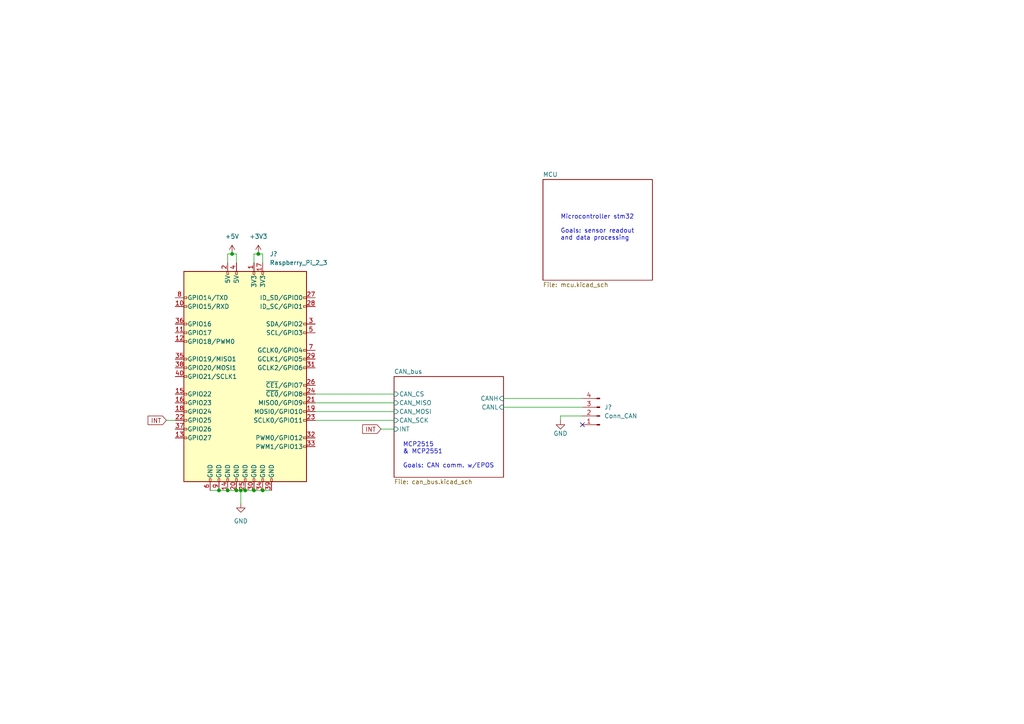
<source format=kicad_sch>
(kicad_sch (version 20211123) (generator eeschema)
  (paper "A4")
  (lib_symbols
    (symbol "Connector:Conn_01x04_Male" (pin_names (offset 1.016) hide)
      (property "Reference" "J" (at 0 5.08 0))
      (property "Value" "Conn_01x04_Male" (at 0 -7.62 0))
      (symbol "Conn_01x04_Male_1_1"
        (polyline (pts (xy 1.27 -5.08) (xy 0.8636 -5.08)) (stroke (width 0.1524)))
        (polyline (pts (xy 1.27 -2.54) (xy 0.8636 -2.54)) (stroke (width 0.1524)))
        (polyline (pts (xy 1.27 0) (xy 0.8636 0)) (stroke (width 0.1524)))
        (polyline (pts (xy 1.27 2.54) (xy 0.8636 2.54)) (stroke (width 0.1524)))
        (rectangle (start 0.8636 -4.953) (end 0 -5.207) (stroke (width 0.1524)) (fill (type outline)))
        (rectangle (start 0.8636 -2.413) (end 0 -2.667) (stroke (width 0.1524)) (fill (type outline)))
        (rectangle (start 0.8636 0.127) (end 0 -0.127) (stroke (width 0.1524)) (fill (type outline)))
        (rectangle (start 0.8636 2.667) (end 0 2.413) (stroke (width 0.1524)) (fill (type outline)))
        (pin passive line (at 5.08 2.54 180) (length 3.81) (name "Pin_1") (number "1"))
        (pin passive line (at 5.08 0 180) (length 3.81) (name "Pin_2") (number "2"))
        (pin passive line (at 5.08 -2.54 180) (length 3.81) (name "Pin_3") (number "3"))
        (pin passive line (at 5.08 -5.08 180) (length 3.81) (name "Pin_4") (number "4"))
      )
    )
    (symbol "Connector:Raspberry_Pi_2_3" (pin_names (offset 1.016))
      (property "Reference" "J" (at -17.78 31.75 0))
      (property "Value" "Raspberry_Pi_2_3" (at 10.16 -31.75 0))
      (symbol "Raspberry_Pi_2_3_0_1"
        (rectangle (start -17.78 30.48) (end 17.78 -30.48) (stroke (width 0.254)) (fill (type background)))
      )
      (symbol "Raspberry_Pi_2_3_1_1"
        (rectangle (start -16.891 -17.526) (end -17.78 -18.034))
        (rectangle (start -16.891 -14.986) (end -17.78 -15.494))
        (rectangle (start -16.891 -12.446) (end -17.78 -12.954))
        (rectangle (start -16.891 -9.906) (end -17.78 -10.414))
        (rectangle (start -16.891 -7.366) (end -17.78 -7.874))
        (rectangle (start -16.891 -4.826) (end -17.78 -5.334))
        (rectangle (start -16.891 0.254) (end -17.78 -0.254))
        (rectangle (start -16.891 2.794) (end -17.78 2.286))
        (rectangle (start -16.891 5.334) (end -17.78 4.826))
        (rectangle (start -16.891 10.414) (end -17.78 9.906))
        (rectangle (start -16.891 12.954) (end -17.78 12.446))
        (rectangle (start -16.891 15.494) (end -17.78 14.986))
        (rectangle (start -16.891 20.574) (end -17.78 20.066))
        (rectangle (start -16.891 23.114) (end -17.78 22.606))
        (rectangle (start -10.414 -29.591) (end -9.906 -30.48))
        (rectangle (start -7.874 -29.591) (end -7.366 -30.48))
        (rectangle (start -5.334 -29.591) (end -4.826 -30.48))
        (rectangle (start -5.334 30.48) (end -4.826 29.591))
        (rectangle (start -2.794 -29.591) (end -2.286 -30.48))
        (rectangle (start -2.794 30.48) (end -2.286 29.591))
        (rectangle (start -0.254 -29.591) (end 0.254 -30.48))
        (rectangle (start 2.286 -29.591) (end 2.794 -30.48))
        (rectangle (start 2.286 30.48) (end 2.794 29.591))
        (rectangle (start 4.826 -29.591) (end 5.334 -30.48))
        (rectangle (start 4.826 30.48) (end 5.334 29.591))
        (rectangle (start 7.366 -29.591) (end 7.874 -30.48))
        (rectangle (start 17.78 -20.066) (end 16.891 -20.574))
        (rectangle (start 17.78 -17.526) (end 16.891 -18.034))
        (rectangle (start 17.78 -12.446) (end 16.891 -12.954))
        (rectangle (start 17.78 -9.906) (end 16.891 -10.414))
        (rectangle (start 17.78 -7.366) (end 16.891 -7.874))
        (rectangle (start 17.78 -4.826) (end 16.891 -5.334))
        (rectangle (start 17.78 -2.286) (end 16.891 -2.794))
        (rectangle (start 17.78 2.794) (end 16.891 2.286))
        (rectangle (start 17.78 5.334) (end 16.891 4.826))
        (rectangle (start 17.78 7.874) (end 16.891 7.366))
        (rectangle (start 17.78 12.954) (end 16.891 12.446))
        (rectangle (start 17.78 15.494) (end 16.891 14.986))
        (rectangle (start 17.78 20.574) (end 16.891 20.066))
        (rectangle (start 17.78 23.114) (end 16.891 22.606))
        (pin power_in line (at 2.54 33.02 270) (length 2.54) (name "3V3") (number "1"))
        (pin bidirectional line (at -20.32 20.32 0) (length 2.54) (name "GPIO15/RXD") (number "10"))
        (pin bidirectional line (at -20.32 12.7 0) (length 2.54) (name "GPIO17") (number "11"))
        (pin bidirectional line (at -20.32 10.16 0) (length 2.54) (name "GPIO18/PWM0") (number "12"))
        (pin bidirectional line (at -20.32 -17.78 0) (length 2.54) (name "GPIO27") (number "13"))
        (pin power_in line (at -5.08 -33.02 90) (length 2.54) (name "GND") (number "14"))
        (pin bidirectional line (at -20.32 -5.08 0) (length 2.54) (name "GPIO22") (number "15"))
        (pin bidirectional line (at -20.32 -7.62 0) (length 2.54) (name "GPIO23") (number "16"))
        (pin power_in line (at 5.08 33.02 270) (length 2.54) (name "3V3") (number "17"))
        (pin bidirectional line (at -20.32 -10.16 0) (length 2.54) (name "GPIO24") (number "18"))
        (pin bidirectional line (at 20.32 -10.16 180) (length 2.54) (name "MOSI0/GPIO10") (number "19"))
        (pin power_in line (at -5.08 33.02 270) (length 2.54) (name "5V") (number "2"))
        (pin power_in line (at -2.54 -33.02 90) (length 2.54) (name "GND") (number "20"))
        (pin bidirectional line (at 20.32 -7.62 180) (length 2.54) (name "MISO0/GPIO9") (number "21"))
        (pin bidirectional line (at -20.32 -12.7 0) (length 2.54) (name "GPIO25") (number "22"))
        (pin bidirectional line (at 20.32 -12.7 180) (length 2.54) (name "SCLK0/GPIO11") (number "23"))
        (pin bidirectional line (at 20.32 -5.08 180) (length 2.54) (name "~{CE0}/GPIO8") (number "24"))
        (pin power_in line (at 0 -33.02 90) (length 2.54) (name "GND") (number "25"))
        (pin bidirectional line (at 20.32 -2.54 180) (length 2.54) (name "~{CE1}/GPIO7") (number "26"))
        (pin bidirectional line (at 20.32 22.86 180) (length 2.54) (name "ID_SD/GPIO0") (number "27"))
        (pin bidirectional line (at 20.32 20.32 180) (length 2.54) (name "ID_SC/GPIO1") (number "28"))
        (pin bidirectional line (at 20.32 5.08 180) (length 2.54) (name "GCLK1/GPIO5") (number "29"))
        (pin bidirectional line (at 20.32 15.24 180) (length 2.54) (name "SDA/GPIO2") (number "3"))
        (pin power_in line (at 2.54 -33.02 90) (length 2.54) (name "GND") (number "30"))
        (pin bidirectional line (at 20.32 2.54 180) (length 2.54) (name "GCLK2/GPIO6") (number "31"))
        (pin bidirectional line (at 20.32 -17.78 180) (length 2.54) (name "PWM0/GPIO12") (number "32"))
        (pin bidirectional line (at 20.32 -20.32 180) (length 2.54) (name "PWM1/GPIO13") (number "33"))
        (pin power_in line (at 5.08 -33.02 90) (length 2.54) (name "GND") (number "34"))
        (pin bidirectional line (at -20.32 5.08 0) (length 2.54) (name "GPIO19/MISO1") (number "35"))
        (pin bidirectional line (at -20.32 15.24 0) (length 2.54) (name "GPIO16") (number "36"))
        (pin bidirectional line (at -20.32 -15.24 0) (length 2.54) (name "GPIO26") (number "37"))
        (pin bidirectional line (at -20.32 2.54 0) (length 2.54) (name "GPIO20/MOSI1") (number "38"))
        (pin power_in line (at 7.62 -33.02 90) (length 2.54) (name "GND") (number "39"))
        (pin power_in line (at -2.54 33.02 270) (length 2.54) (name "5V") (number "4"))
        (pin bidirectional line (at -20.32 0 0) (length 2.54) (name "GPIO21/SCLK1") (number "40"))
        (pin bidirectional line (at 20.32 12.7 180) (length 2.54) (name "SCL/GPIO3") (number "5"))
        (pin power_in line (at -10.16 -33.02 90) (length 2.54) (name "GND") (number "6"))
        (pin bidirectional line (at 20.32 7.62 180) (length 2.54) (name "GCLK0/GPIO4") (number "7"))
        (pin bidirectional line (at -20.32 22.86 0) (length 2.54) (name "GPIO14/TXD") (number "8"))
        (pin power_in line (at -7.62 -33.02 90) (length 2.54) (name "GND") (number "9"))
      )
    )
    (symbol "power:+3V3" (power) (pin_names (offset 0))
      (property "Value" "+3V3" (at 0 3.556 0))
      (symbol "+3V3_0_1"
        (polyline (pts (xy -0.762 1.27) (xy 0 2.54)))
        (polyline (pts (xy 0 0) (xy 0 2.54)))
        (polyline (pts (xy 0 2.54) (xy 0.762 1.27)))
      )
      (symbol "+3V3_1_1"
        (pin power_in line (at 0 0 90) (length 0) hide (name "+3V3") (number "1"))
      )
    )
    (symbol "power:+5V" (power) (pin_names (offset 0))
      (property "Value" "+5V" (at 0 3.556 0))
      (symbol "+5V_0_1"
        (polyline (pts (xy -0.762 1.27) (xy 0 2.54)))
        (polyline (pts (xy 0 0) (xy 0 2.54)))
        (polyline (pts (xy 0 2.54) (xy 0.762 1.27)))
      )
      (symbol "+5V_1_1"
        (pin power_in line (at 0 0 90) (length 0) hide (name "+5V") (number "1"))
      )
    )
    (symbol "power:GND" (power) (pin_names (offset 0))
      (property "Value" "GND" (at 0 -3.81 0))
      (symbol "GND_0_1"
        (polyline (pts (xy 0 0) (xy 0 -1.27) (xy 1.27 -1.27) (xy 0 -2.54) (xy -1.27 -1.27) (xy 0 -1.27)))
      )
      (symbol "GND_1_1"
        (pin power_in line (at 0 0 270) (length 0) hide (name "GND") (number "1"))
      )
    )
  )
  (junction (at 74.93 73.66))
  (junction (at 67.31 73.66))
  (junction (at 73.66 142.24))
  (junction (at 66.04 142.24))
  (junction (at 68.58 142.24))
  (junction (at 76.2 142.24))
  (junction (at 63.5 142.24))
  (junction (at 71.12 142.24))
  (junction (at 69.85 142.24))
  (no_connect (at 168.91 123.19))
  (wire (pts (xy 69.85 142.24) (xy 71.12 142.24)))
  (wire (pts (xy 66.04 76.2) (xy 66.04 73.66)))
  (wire (pts (xy 66.04 142.24) (xy 68.58 142.24)))
  (wire (pts (xy 146.05 115.57) (xy 168.91 115.57)))
  (wire (pts (xy 76.2 142.24) (xy 78.74 142.24)))
  (wire (pts (xy 162.56 120.65) (xy 168.91 120.65)))
  (wire (pts (xy 146.05 118.11) (xy 168.91 118.11)))
  (wire (pts (xy 63.5 142.24) (xy 66.04 142.24)))
  (wire (pts (xy 91.44 116.84) (xy 114.3 116.84)))
  (wire (pts (xy 69.85 142.24) (xy 69.85 146.05)))
  (wire (pts (xy 91.44 119.38) (xy 114.3 119.38)))
  (wire (pts (xy 76.2 73.66) (xy 74.93 73.66)))
  (wire (pts (xy 76.2 76.2) (xy 76.2 73.66)))
  (wire (pts (xy 68.58 76.2) (xy 68.58 73.66)))
  (wire (pts (xy 68.58 142.24) (xy 69.85 142.24)))
  (wire (pts (xy 91.44 121.92) (xy 114.3 121.92)))
  (wire (pts (xy 60.96 142.24) (xy 63.5 142.24)))
  (wire (pts (xy 68.58 73.66) (xy 67.31 73.66)))
  (wire (pts (xy 71.12 142.24) (xy 73.66 142.24)))
  (wire (pts (xy 48.26 121.92) (xy 50.8 121.92)))
  (wire (pts (xy 66.04 73.66) (xy 67.31 73.66)))
  (wire (pts (xy 162.56 120.65) (xy 162.56 121.92)))
  (wire (pts (xy 73.66 76.2) (xy 73.66 73.66)))
  (wire (pts (xy 73.66 142.24) (xy 76.2 142.24)))
  (wire (pts (xy 110.49 124.46) (xy 114.3 124.46)))
  (wire (pts (xy 73.66 73.66) (xy 74.93 73.66)))
  (wire (pts (xy 91.44 114.3) (xy 114.3 114.3)))
  (text "MCP2515 \n& MCP2551\n\nGoals: CAN comm. w/EPOS" (at 116.84 135.89 0) (effects (font (size 1.27 1.27)) (justify left bottom)))
  (text "Microcontroller stm32\n\nGoals: sensor readout\nand data processing" (at 162.56 69.85 0) (effects (font (size 1.27 1.27)) (justify left bottom)))
  (global_label "INT" (shape input) (at 48.26 121.92 180) (property "Intersheet References" "${INTERSHEET_REFS}" (effects hide)))
  (global_label "INT" (shape input) (at 110.49 124.46 180) (property "Intersheet References" "${INTERSHEET_REFS}" (effects hide)))
  (symbol (lib_id "Connector:Conn_01x04_Male") (at 173.99 120.65 180) (unit 1)
    (property "Reference" "J?" (at 175.26 118.1099 0) (effects (justify right)))
    (property "Value" "Conn_CAN" (at 175.26 120.6499 0) (effects (justify right)))
  )
  (symbol (lib_id "power:+5V") (at 67.31 73.66 0) (unit 1)
    (property "Reference" "#PWR?" (effects hide))
    (property "Value" "+5V" (at 67.31 68.58 0))
  )
  (symbol (lib_id "power:GND") (at 162.56 121.92 0) (unit 1)
    (property "Reference" "#PWR?" (effects hide))
    (property "Value" "GND" (at 162.56 125.73 0))
  )
  (symbol (lib_id "power:+3V3") (at 74.93 73.66 0) (unit 1)
    (property "Reference" "#PWR?" (effects hide))
    (property "Value" "+3V3" (at 74.93 68.58 0))
  )
  (symbol (lib_id "power:GND") (at 69.85 146.05 0) (unit 1)
    (property "Reference" "#PWR?" (effects hide))
    (property "Value" "GND" (at 69.85 151.13 0))
  )
  (symbol (lib_id "Connector:Raspberry_Pi_2_3") (at 71.12 109.22 0) (unit 1)
    (property "Reference" "J?" (at 78.2194 73.66 0) (effects (justify left)))
    (property "Value" "Raspberry_Pi_2_3" (at 78.2194 76.2 0) (effects (justify left)))
    (property "Datasheet" "https://www.raspberrypi.org/documentation/hardware/raspberrypi/schematics/rpi_SCH_3bplus_1p0_reduced.pdf" (effects hide))
  )
  (sheet (at 157.48 52.07) (size 31.75 29.21) (stroke (width 0.1524))
    (property "Sheet name" "MCU" (at 157.48 51.3584 0) (effects (justify left bottom)))
    (property "Sheet file" "mcu.kicad_sch" (at 157.48 81.8646 0) (effects (justify left top)))
  )
  (sheet (at 114.3 109.22) (size 31.75 29.21) (stroke (width 0.1524))
    (property "Sheet name" "CAN_bus" (at 114.3 108.5084 0) (effects (justify left bottom)))
    (property "Sheet file" "can_bus.kicad_sch" (at 114.3 139.0146 0) (effects (justify left top)))
    (pin "CAN_SCK" input (at 114.3 121.92 180))
    (pin "CAN_MOSI" input (at 114.3 119.38 180))
    (pin "CAN_CS" input (at 114.3 114.3 180))
    (pin "CAN_MISO" input (at 114.3 116.84 180))
    (pin "INT" input (at 114.3 124.46 180))
    (pin "CANH" input (at 146.05 115.57 0))
    (pin "CANL" input (at 146.05 118.11 0))
  )
)
</source>
